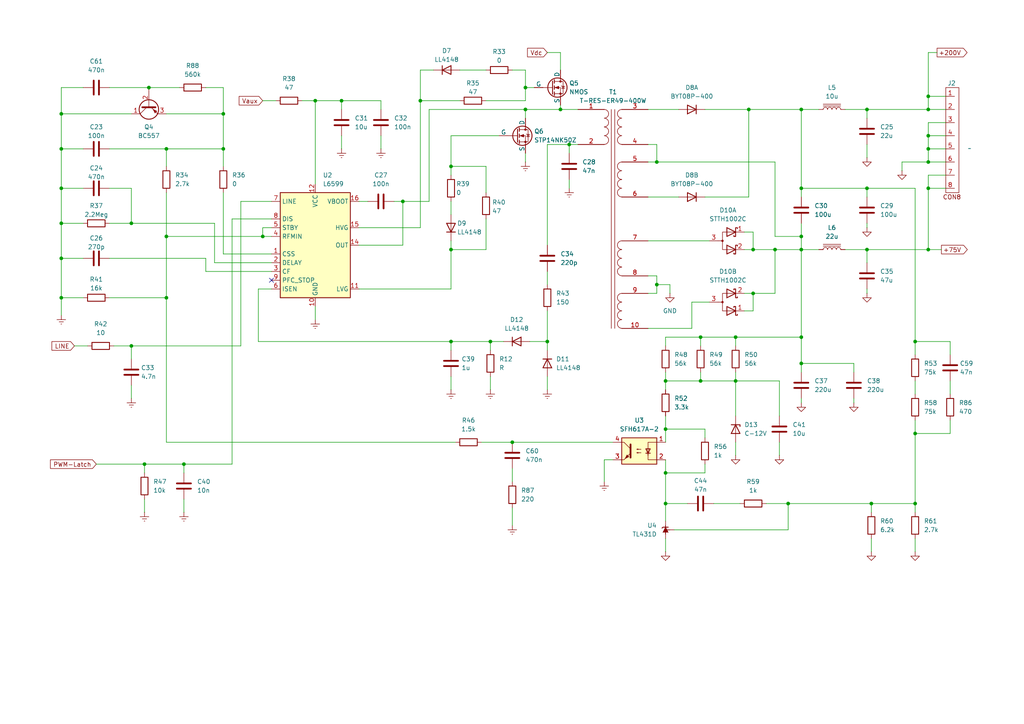
<source format=kicad_sch>
(kicad_sch (version 20231120) (generator "eeschema") (generator_version "8.0")
  (paper "A4")
  (lib_symbols
    (symbol "Device:C" (pin_numbers hide) (pin_names (offset 0.254))
      (property "Reference" "C" (at 0.635 2.54 0))
      (property "Value" "C" (at 0.635 -2.54 0))
      (symbol "C_1_1"
        (pin passive line (at 0 3.81 270) (length 2.794) (name "~") (number "1"))
        (pin passive line (at 0 -3.81 90) (length 2.794) (name "~") (number "2"))
      )
    )
    (symbol "Device:D" (pin_numbers hide) (pin_names (offset 1.016) hide)
      (property "Reference" "D" (at 0 2.54 0))
      (property "Value" "D" (at 0 -2.54 0))
      (symbol "D_1_1"
        (pin passive line (at -3.81 0 0) (length 2.54) (name "K") (number "1"))
        (pin passive line (at 3.81 0 180) (length 2.54) (name "A") (number "2"))
      )
    )
    (symbol "Device:D_Schottky_Dual_CommonAnode_KKA_Parallel" (pin_names (offset 0.762) hide)
      (property "Reference" "D" (at 0 5.08 0))
      (property "Value" "D_Schottky_Dual_CommonAnode_KKA_Parallel" (at 0 -5.08 0))
      (symbol "D_Schottky_Dual_CommonAnode_KKA_Parallel_0_1"
        (pin passive line (at 5.08 2.54 180) (length 2.54) (name "K") (number "1"))
        (pin passive line (at 5.08 -2.54 180) (length 2.54) (name "K") (number "2"))
        (pin passive line (at -5.08 0 0) (length 2.54) (name "A") (number "3"))
      )
    )
    (symbol "Device:L_Iron" (pin_numbers hide) (pin_names (offset 1.016) hide)
      (property "Reference" "L" (at -1.27 0 90))
      (property "Value" "L_Iron" (at 2.794 0 90))
      (symbol "L_Iron_1_1"
        (pin passive line (at 0 3.81 270) (length 1.27) (name "1") (number "1"))
        (pin passive line (at 0 -3.81 90) (length 1.27) (name "2") (number "2"))
      )
    )
    (symbol "Device:R" (pin_numbers hide) (pin_names (offset 0))
      (property "Reference" "R" (at 2.032 0 90))
      (property "Value" "R" (at 0 0 90))
      (symbol "R_1_1"
        (pin passive line (at 0 3.81 270) (length 1.27) (name "~") (number "1"))
        (pin passive line (at 0 -3.81 90) (length 1.27) (name "~") (number "2"))
      )
    )
    (symbol "Diode:BZV55B12" (pin_numbers hide) (pin_names hide)
      (property "Reference" "D" (at 0 2.54 0))
      (property "Value" "BZV55B12" (at 0 -2.54 0))
      (symbol "BZV55B12_1_1"
        (pin passive line (at -3.81 0 0) (length 2.54) (name "K") (number "1"))
        (pin passive line (at 3.81 0 180) (length 2.54) (name "A") (number "2"))
      )
    )
    (symbol "Diode:LL4148" (pin_numbers hide) (pin_names hide)
      (property "Reference" "D" (at 0 2.54 0))
      (property "Value" "LL4148" (at 0 -2.54 0))
      (symbol "LL4148_1_1"
        (pin passive line (at -3.81 0 0) (length 2.54) (name "K") (number "1"))
        (pin passive line (at 3.81 0 180) (length 2.54) (name "A") (number "2"))
      )
    )
    (symbol "Isolator:SFH617A-2" (pin_names (offset 1.016))
      (property "Reference" "U" (at -5.08 5.08 0))
      (property "Value" "SFH617A-2" (at 0 5.08 0))
      (symbol "SFH617A-2_1_1"
        (pin passive line (at -7.62 2.54 0) (length 2.54) (name "~") (number "1"))
        (pin passive line (at -7.62 -2.54 0) (length 2.54) (name "~") (number "2"))
        (pin passive line (at 7.62 -2.54 180) (length 2.54) (name "~") (number "3"))
        (pin passive line (at 7.62 2.54 180) (length 2.54) (name "~") (number "4"))
      )
    )
    (symbol "Reference_Voltage:TL431D" (pin_numbers hide) (pin_names hide)
      (property "Reference" "U" (at 0 -2.54 0))
      (property "Value" "TL431D" (at 0 -4.445 0))
      (symbol "TL431D_1_1"
        (pin passive line (at 2.54 0 180) (length 2.54) (name "K") (number "1"))
        (pin passive line (at -2.54 0 0) (length 2.54) (name "A") (number "2"))
        (pin passive line (at -2.54 0 0) (length 2.54) hide (name "A") (number "3"))
        (pin passive line (at -2.54 0 0) (length 2.54) hide (name "A") (number "6"))
        (pin passive line (at -2.54 0 0) (length 2.54) hide (name "A") (number "7"))
        (pin passive line (at 0 2.54 270) (length 2.54) (name "REF") (number "8"))
      )
    )
    (symbol "Regulator_Controller:L6599"
      (property "Reference" "U" (at -10.16 16.51 0))
      (property "Value" "L6599" (at 3.81 16.51 0))
      (symbol "L6599_1_1"
        (pin passive line (at -12.7 -2.54 0) (length 2.54) (name "CSS") (number "1"))
        (pin power_in line (at 0 -17.78 90) (length 2.54) (name "GND") (number "10"))
        (pin output line (at 12.7 -12.7 180) (length 2.54) (name "LVG") (number "11"))
        (pin power_in line (at 0 17.78 270) (length 2.54) (name "VCC") (number "12"))
        (pin no_connect line (at 10.16 10.16 180) (length 2.54) hide (name "NC") (number "13"))
        (pin input line (at 12.7 0 180) (length 2.54) (name "OUT") (number "14"))
        (pin output line (at 12.7 5.08 180) (length 2.54) (name "HVG") (number "15"))
        (pin input line (at 12.7 12.7 180) (length 2.54) (name "VBOOT") (number "16"))
        (pin passive line (at -12.7 -5.08 0) (length 2.54) (name "DELAY") (number "2"))
        (pin passive line (at -12.7 -7.62 0) (length 2.54) (name "CF") (number "3"))
        (pin passive line (at -12.7 2.54 0) (length 2.54) (name "RFMIN") (number "4"))
        (pin input line (at -12.7 5.08 0) (length 2.54) (name "STBY") (number "5"))
        (pin input line (at -12.7 -12.7 0) (length 2.54) (name "ISEN") (number "6"))
        (pin input line (at -12.7 12.7 0) (length 2.54) (name "LINE") (number "7"))
        (pin input line (at -12.7 7.62 0) (length 2.54) (name "DIS") (number "8"))
        (pin open_collector line (at -12.7 -10.16 0) (length 2.54) (name "PFC_STOP") (number "9"))
      )
    )
    (symbol "Simulation_SPICE:NMOS" (pin_numbers hide) (pin_names (offset 0))
      (property "Reference" "Q" (at 5.08 1.27 0))
      (property "Value" "NMOS" (at 5.08 -1.27 0))
      (symbol "NMOS_1_1"
        (pin passive line (at 2.54 5.08 270) (length 2.54) (name "D") (number "1"))
        (pin input line (at -5.08 0 0) (length 2.54) (name "G") (number "2"))
        (pin passive line (at 2.54 -5.08 90) (length 2.54) (name "S") (number "3"))
      )
    )
    (symbol "Transistor_BJT:BC557" (pin_names (offset 0) hide)
      (property "Reference" "Q" (at 5.08 1.905 0))
      (property "Value" "BC557" (at 5.08 0 0))
      (symbol "BC557_1_1"
        (pin passive line (at 2.54 5.08 270) (length 2.54) (name "C") (number "1"))
        (pin input line (at -5.08 0 0) (length 5.715) (name "B") (number "2"))
        (pin passive line (at 2.54 -5.08 90) (length 2.54) (name "E") (number "3"))
      )
    )
    (symbol "lib:CON8"
      (property "Reference" "J" (at 1.778 -7.874 0))
      (symbol "CON8_1_1"
        (text "CON8" (at 0.508 -25.4 0) (effects (font (size 1.27 1.27))))
        (pin input line (at -1.27 3.81 0) (length 2.54) (name "") (number "1"))
        (pin input line (at -1.27 0 0) (length 2.54) (name "") (number "2"))
        (pin input line (at -1.27 -3.81 0) (length 2.54) (name "") (number "3"))
        (pin input line (at -1.27 -7.62 0) (length 2.54) (name "") (number "4"))
        (pin input line (at -1.27 -11.43 0) (length 2.54) (name "") (number "5"))
        (pin input line (at -1.27 -15.24 0) (length 2.54) (name "") (number "6"))
        (pin input line (at -1.27 -19.05 0) (length 2.54) (name "") (number "7"))
        (pin input line (at -1.27 -22.86 0) (length 2.54) (name "") (number "8"))
      )
    )
    (symbol "lib:T-RES-ER49-400W" (pin_names (offset 1.016) hide)
      (property "Reference" "T" (at 0 16.002 0))
      (property "Value" "T-RES-ER49-400W" (at 0.254 13.716 0))
      (symbol "T-RES-ER49-400W_1_1"
        (pin passive line (at -10.16 10.16 0) (length 7.62) (name "AA") (number "1"))
        (pin passive line (at 10.16 -53.34 180) (length 7.62) (name "SH") (number "10"))
        (pin passive line (at -10.16 0 0) (length 7.62) (name "AB") (number "2"))
        (pin passive line (at 10.16 10.16 180) (length 7.62) (name "SA") (number "3"))
        (pin passive line (at 10.16 0 180) (length 7.62) (name "SB") (number "4"))
        (pin passive line (at 10.16 -5.08 180) (length 7.62) (name "SC") (number "5"))
        (pin passive line (at 10.16 -15.24 180) (length 7.62) (name "SD") (number "6"))
        (pin passive line (at 10.16 -27.94 180) (length 7.62) (name "SE") (number "7"))
        (pin passive line (at 10.16 -38.1 180) (length 7.62) (name "SF") (number "8"))
        (pin passive line (at 10.16 -43.18 180) (length 7.62) (name "SG") (number "9"))
      )
    )
    (symbol "power:Earth" (power) (pin_numbers hide) (pin_names (offset 0) hide)
      (property "Value" "Earth" (at 0 -3.81 0))
      (symbol "Earth_1_1"
        (pin power_in line (at 0 0 270) (length 0) (name "~") (number "1"))
      )
    )
    (symbol "power:GND" (power) (pin_numbers hide) (pin_names (offset 0) hide)
      (property "Value" "GND" (at 0 -3.81 0))
      (symbol "GND_1_1"
        (pin power_in line (at 0 0 270) (length 0) (name "~") (number "1"))
      )
    )
  )
  (junction (at 232.41 72.39))
  (junction (at 269.24 31.75))
  (junction (at 53.34 134.62))
  (junction (at 99.06 29.21))
  (junction (at 193.04 137.16))
  (junction (at 130.81 72.39))
  (junction (at 121.92 29.21))
  (junction (at 217.17 31.75))
  (junction (at 38.1 100.33))
  (junction (at 269.24 72.39))
  (junction (at 17.78 86.36))
  (junction (at 38.1 64.77))
  (junction (at 17.78 33.02))
  (junction (at 251.46 72.39))
  (junction (at 269.24 43.18))
  (junction (at 142.24 99.06))
  (junction (at 269.24 27.94))
  (junction (at 232.41 31.75))
  (junction (at 41.91 134.62))
  (junction (at 251.46 31.75))
  (junction (at 148.59 128.27))
  (junction (at 190.5 46.99))
  (junction (at 213.36 97.79))
  (junction (at 17.78 74.93))
  (junction (at 213.36 110.49))
  (junction (at 232.41 54.61))
  (junction (at 193.04 124.46))
  (junction (at 218.44 72.39))
  (junction (at 64.77 33.02))
  (junction (at 76.2 68.58))
  (junction (at 130.81 48.26))
  (junction (at 48.26 43.18))
  (junction (at 91.44 29.21))
  (junction (at 193.04 110.49))
  (junction (at 269.24 54.61))
  (junction (at 43.18 25.4))
  (junction (at 158.75 99.06))
  (junction (at 232.41 105.41))
  (junction (at 269.24 39.37))
  (junction (at 48.26 86.36))
  (junction (at 232.41 97.79))
  (junction (at 162.56 31.75))
  (junction (at 203.2 97.79))
  (junction (at 232.41 68.58))
  (junction (at 193.04 146.05))
  (junction (at 17.78 54.61))
  (junction (at 224.79 72.39))
  (junction (at 265.43 125.73))
  (junction (at 218.44 85.09))
  (junction (at 269.24 46.99))
  (junction (at 130.81 99.06))
  (junction (at 252.73 146.05))
  (junction (at 265.43 146.05))
  (junction (at 265.43 99.06))
  (junction (at 152.4 31.75))
  (junction (at 203.2 110.49))
  (junction (at 17.78 64.77))
  (junction (at 48.26 68.58))
  (junction (at 228.6 146.05))
  (junction (at 64.77 43.18))
  (junction (at 190.5 82.55))
  (junction (at 251.46 54.61))
  (junction (at 165.1 41.91))
  (junction (at 116.84 58.42))
  (junction (at 17.78 43.18))
  (junction (at 152.4 25.4))
  (no_connect (at 78.74 81.28))
  (wire (pts (xy 232.41 68.58) (xy 232.41 72.39)))
  (wire (pts (xy 99.06 31.75) (xy 99.06 29.21)))
  (wire (pts (xy 213.36 97.79) (xy 213.36 100.33)))
  (wire (pts (xy 130.81 69.85) (xy 130.81 72.39)))
  (wire (pts (xy 245.11 31.75) (xy 251.46 31.75)))
  (wire (pts (xy 104.14 58.42) (xy 106.68 58.42)))
  (wire (pts (xy 158.75 41.91) (xy 158.75 71.12)))
  (wire (pts (xy 194.31 85.09) (xy 194.31 82.55)))
  (wire (pts (xy 38.1 100.33) (xy 69.85 100.33)))
  (wire (pts (xy 251.46 83.82) (xy 251.46 85.09)))
  (wire (pts (xy 91.44 29.21) (xy 87.63 29.21)))
  (wire (pts (xy 193.04 137.16) (xy 193.04 146.05)))
  (wire (pts (xy 271.78 15.24) (xy 269.24 15.24)))
  (wire (pts (xy 232.41 97.79) (xy 232.41 105.41)))
  (wire (pts (xy 269.24 15.24) (xy 269.24 27.94)))
  (wire (pts (xy 76.2 29.21) (xy 80.01 29.21)))
  (wire (pts (xy 190.5 46.99) (xy 224.79 46.99)))
  (wire (pts (xy 162.56 15.24) (xy 162.56 20.32)))
  (wire (pts (xy 213.36 110.49) (xy 213.36 120.65)))
  (wire (pts (xy 152.4 31.75) (xy 162.56 31.75)))
  (wire (pts (xy 193.04 137.16) (xy 204.47 137.16)))
  (wire (pts (xy 265.43 146.05) (xy 265.43 148.59)))
  (wire (pts (xy 17.78 33.02) (xy 38.1 33.02)))
  (wire (pts (xy 187.96 69.85) (xy 205.74 69.85)))
  (wire (pts (xy 251.46 72.39) (xy 269.24 72.39)))
  (wire (pts (xy 17.78 33.02) (xy 17.78 43.18)))
  (wire (pts (xy 91.44 88.9) (xy 91.44 92.71)))
  (wire (pts (xy 17.78 86.36) (xy 17.78 74.93)))
  (wire (pts (xy 193.04 133.35) (xy 193.04 137.16)))
  (wire (pts (xy 64.77 33.02) (xy 64.77 43.18)))
  (wire (pts (xy 62.23 76.2) (xy 62.23 64.77)))
  (wire (pts (xy 187.96 95.25) (xy 200.66 95.25)))
  (wire (pts (xy 190.5 80.01) (xy 190.5 82.55)))
  (wire (pts (xy 154.94 25.4) (xy 152.4 25.4)))
  (wire (pts (xy 265.43 110.49) (xy 265.43 114.3)))
  (wire (pts (xy 187.96 31.75) (xy 196.85 31.75)))
  (wire (pts (xy 204.47 124.46) (xy 204.47 127)))
  (wire (pts (xy 110.49 31.75) (xy 110.49 29.21)))
  (wire (pts (xy 275.59 102.87) (xy 275.59 99.06)))
  (wire (pts (xy 48.26 43.18) (xy 48.26 48.26)))
  (wire (pts (xy 53.34 144.78) (xy 53.34 148.59)))
  (wire (pts (xy 252.73 148.59) (xy 252.73 146.05)))
  (wire (pts (xy 193.04 110.49) (xy 193.04 113.03)))
  (wire (pts (xy 200.66 95.25) (xy 200.66 87.63)))
  (wire (pts (xy 74.93 83.82) (xy 74.93 99.06)))
  (wire (pts (xy 251.46 64.77) (xy 251.46 66.04)))
  (wire (pts (xy 265.43 156.21) (xy 265.43 160.02)))
  (wire (pts (xy 67.31 63.5) (xy 78.74 63.5)))
  (wire (pts (xy 142.24 99.06) (xy 130.81 99.06)))
  (wire (pts (xy 269.24 35.56) (xy 269.24 39.37)))
  (wire (pts (xy 78.74 78.74) (xy 59.69 78.74)))
  (wire (pts (xy 17.78 86.36) (xy 17.78 91.44)))
  (wire (pts (xy 232.41 72.39) (xy 237.49 72.39)))
  (wire (pts (xy 232.41 64.77) (xy 232.41 68.58)))
  (wire (pts (xy 152.4 20.32) (xy 152.4 25.4)))
  (wire (pts (xy 251.46 41.91) (xy 251.46 45.72)))
  (wire (pts (xy 130.81 48.26) (xy 140.97 48.26)))
  (wire (pts (xy 24.13 86.36) (xy 17.78 86.36)))
  (wire (pts (xy 146.05 99.06) (xy 142.24 99.06)))
  (wire (pts (xy 104.14 83.82) (xy 130.81 83.82)))
  (wire (pts (xy 69.85 100.33) (xy 69.85 58.42)))
  (wire (pts (xy 110.49 39.37) (xy 110.49 43.18)))
  (wire (pts (xy 187.96 80.01) (xy 190.5 80.01)))
  (wire (pts (xy 232.41 105.41) (xy 247.65 105.41)))
  (wire (pts (xy 213.36 128.27) (xy 213.36 132.08)))
  (wire (pts (xy 232.41 31.75) (xy 237.49 31.75)))
  (wire (pts (xy 175.26 133.35) (xy 175.26 139.7)))
  (wire (pts (xy 207.01 146.05) (xy 214.63 146.05)))
  (wire (pts (xy 64.77 43.18) (xy 64.77 48.26)))
  (wire (pts (xy 38.1 54.61) (xy 38.1 64.77)))
  (wire (pts (xy 274.32 31.75) (xy 269.24 31.75)))
  (wire (pts (xy 17.78 64.77) (xy 17.78 74.93)))
  (wire (pts (xy 269.24 72.39) (xy 273.05 72.39)))
  (wire (pts (xy 252.73 156.21) (xy 252.73 160.02)))
  (wire (pts (xy 193.04 151.13) (xy 193.04 146.05)))
  (wire (pts (xy 38.1 100.33) (xy 38.1 104.14)))
  (wire (pts (xy 48.26 68.58) (xy 48.26 55.88)))
  (wire (pts (xy 78.74 66.04) (xy 76.2 66.04)))
  (wire (pts (xy 78.74 83.82) (xy 74.93 83.82)))
  (wire (pts (xy 99.06 29.21) (xy 110.49 29.21)))
  (wire (pts (xy 165.1 41.91) (xy 165.1 44.45)))
  (wire (pts (xy 116.84 71.12) (xy 116.84 58.42)))
  (wire (pts (xy 104.14 71.12) (xy 116.84 71.12)))
  (wire (pts (xy 53.34 134.62) (xy 67.31 134.62)))
  (wire (pts (xy 265.43 125.73) (xy 265.43 146.05)))
  (wire (pts (xy 140.97 29.21) (xy 152.4 29.21)))
  (wire (pts (xy 158.75 90.17) (xy 158.75 99.06)))
  (wire (pts (xy 251.46 34.29) (xy 251.46 31.75)))
  (wire (pts (xy 269.24 27.94) (xy 274.32 27.94)))
  (wire (pts (xy 17.78 74.93) (xy 24.13 74.93)))
  (wire (pts (xy 24.13 25.4) (xy 17.78 25.4)))
  (wire (pts (xy 269.24 50.8) (xy 269.24 54.61)))
  (wire (pts (xy 203.2 97.79) (xy 203.2 100.33)))
  (wire (pts (xy 167.64 41.91) (xy 165.1 41.91)))
  (wire (pts (xy 190.5 85.09) (xy 187.96 85.09)))
  (wire (pts (xy 269.24 54.61) (xy 269.24 72.39)))
  (wire (pts (xy 158.75 78.74) (xy 158.75 82.55)))
  (wire (pts (xy 48.26 68.58) (xy 76.2 68.58)))
  (wire (pts (xy 121.92 20.32) (xy 125.73 20.32)))
  (wire (pts (xy 226.06 128.27) (xy 226.06 132.08)))
  (wire (pts (xy 269.24 31.75) (xy 269.24 27.94)))
  (wire (pts (xy 158.75 99.06) (xy 158.75 101.6)))
  (wire (pts (xy 224.79 72.39) (xy 218.44 72.39)))
  (wire (pts (xy 226.06 110.49) (xy 213.36 110.49)))
  (wire (pts (xy 121.92 29.21) (xy 133.35 29.21)))
  (wire (pts (xy 53.34 134.62) (xy 53.34 137.16)))
  (wire (pts (xy 269.24 46.99) (xy 261.62 46.99)))
  (wire (pts (xy 274.32 46.99) (xy 269.24 46.99)))
  (wire (pts (xy 193.04 97.79) (xy 203.2 97.79)))
  (wire (pts (xy 142.24 109.22) (xy 142.24 113.03)))
  (wire (pts (xy 265.43 54.61) (xy 265.43 99.06)))
  (wire (pts (xy 142.24 99.06) (xy 142.24 101.6)))
  (wire (pts (xy 64.77 25.4) (xy 64.77 33.02)))
  (wire (pts (xy 31.75 74.93) (xy 59.69 74.93)))
  (wire (pts (xy 224.79 72.39) (xy 224.79 85.09)))
  (wire (pts (xy 224.79 68.58) (xy 232.41 68.58)))
  (wire (pts (xy 17.78 54.61) (xy 17.78 64.77)))
  (wire (pts (xy 228.6 146.05) (xy 252.73 146.05)))
  (wire (pts (xy 76.2 66.04) (xy 76.2 68.58)))
  (wire (pts (xy 162.56 31.75) (xy 167.64 31.75)))
  (wire (pts (xy 217.17 57.15) (xy 217.17 31.75)))
  (wire (pts (xy 140.97 48.26) (xy 140.97 55.88)))
  (wire (pts (xy 218.44 67.31) (xy 218.44 72.39)))
  (wire (pts (xy 175.26 133.35) (xy 177.8 133.35)))
  (wire (pts (xy 78.74 73.66) (xy 64.77 73.66)))
  (wire (pts (xy 274.32 43.18) (xy 269.24 43.18)))
  (wire (pts (xy 38.1 64.77) (xy 31.75 64.77)))
  (wire (pts (xy 200.66 87.63) (xy 205.74 87.63)))
  (wire (pts (xy 64.77 55.88) (xy 64.77 73.66)))
  (wire (pts (xy 124.46 58.42) (xy 124.46 31.75)))
  (wire (pts (xy 232.41 57.15) (xy 232.41 54.61)))
  (wire (pts (xy 130.81 50.8) (xy 130.81 48.26)))
  (wire (pts (xy 193.04 100.33) (xy 193.04 97.79)))
  (wire (pts (xy 99.06 39.37) (xy 99.06 43.18)))
  (wire (pts (xy 17.78 43.18) (xy 17.78 54.61)))
  (wire (pts (xy 48.26 43.18) (xy 64.77 43.18)))
  (wire (pts (xy 162.56 30.48) (xy 162.56 31.75)))
  (wire (pts (xy 265.43 99.06) (xy 265.43 102.87)))
  (wire (pts (xy 152.4 20.32) (xy 148.59 20.32)))
  (wire (pts (xy 130.81 58.42) (xy 130.81 62.23)))
  (wire (pts (xy 232.41 54.61) (xy 232.41 31.75)))
  (wire (pts (xy 144.78 39.37) (xy 130.81 39.37)))
  (wire (pts (xy 193.04 107.95) (xy 193.04 110.49)))
  (wire (pts (xy 190.5 82.55) (xy 194.31 82.55)))
  (wire (pts (xy 148.59 147.32) (xy 148.59 152.4)))
  (wire (pts (xy 43.18 25.4) (xy 52.07 25.4)))
  (wire (pts (xy 187.96 46.99) (xy 190.5 46.99)))
  (wire (pts (xy 275.59 99.06) (xy 265.43 99.06)))
  (wire (pts (xy 78.74 76.2) (xy 62.23 76.2)))
  (wire (pts (xy 148.59 128.27) (xy 177.8 128.27)))
  (wire (pts (xy 133.35 20.32) (xy 140.97 20.32)))
  (wire (pts (xy 69.85 58.42) (xy 78.74 58.42)))
  (wire (pts (xy 193.04 124.46) (xy 193.04 128.27)))
  (wire (pts (xy 21.59 100.33) (xy 25.4 100.33)))
  (wire (pts (xy 31.75 43.18) (xy 48.26 43.18)))
  (wire (pts (xy 204.47 31.75) (xy 217.17 31.75)))
  (wire (pts (xy 152.4 31.75) (xy 152.4 34.29)))
  (wire (pts (xy 41.91 144.78) (xy 41.91 148.59)))
  (wire (pts (xy 27.94 134.62) (xy 41.91 134.62)))
  (wire (pts (xy 218.44 85.09) (xy 224.79 85.09)))
  (wire (pts (xy 203.2 107.95) (xy 203.2 110.49)))
  (wire (pts (xy 17.78 43.18) (xy 24.13 43.18)))
  (wire (pts (xy 251.46 54.61) (xy 251.46 57.15)))
  (wire (pts (xy 224.79 72.39) (xy 232.41 72.39)))
  (wire (pts (xy 274.32 39.37) (xy 269.24 39.37)))
  (wire (pts (xy 190.5 41.91) (xy 190.5 46.99)))
  (wire (pts (xy 265.43 121.92) (xy 265.43 125.73)))
  (wire (pts (xy 152.4 29.21) (xy 152.4 25.4)))
  (wire (pts (xy 195.58 153.67) (xy 228.6 153.67)))
  (wire (pts (xy 204.47 137.16) (xy 204.47 134.62)))
  (wire (pts (xy 48.26 86.36) (xy 48.26 68.58)))
  (wire (pts (xy 158.75 109.22) (xy 158.75 113.03)))
  (wire (pts (xy 251.46 31.75) (xy 269.24 31.75)))
  (wire (pts (xy 124.46 31.75) (xy 152.4 31.75)))
  (wire (pts (xy 74.93 99.06) (xy 130.81 99.06)))
  (wire (pts (xy 203.2 110.49) (xy 213.36 110.49)))
  (wire (pts (xy 274.32 50.8) (xy 269.24 50.8)))
  (wire (pts (xy 130.81 39.37) (xy 130.81 48.26)))
  (wire (pts (xy 215.9 67.31) (xy 218.44 67.31)))
  (wire (pts (xy 247.65 105.41) (xy 247.65 107.95)))
  (wire (pts (xy 114.3 58.42) (xy 116.84 58.42)))
  (wire (pts (xy 31.75 25.4) (xy 43.18 25.4)))
  (wire (pts (xy 121.92 20.32) (xy 121.92 29.21)))
  (wire (pts (xy 232.41 72.39) (xy 232.41 97.79)))
  (wire (pts (xy 190.5 82.55) (xy 190.5 85.09)))
  (wire (pts (xy 204.47 57.15) (xy 217.17 57.15)))
  (wire (pts (xy 232.41 107.95) (xy 232.41 105.41)))
  (wire (pts (xy 193.04 124.46) (xy 204.47 124.46)))
  (wire (pts (xy 193.04 146.05) (xy 199.39 146.05)))
  (wire (pts (xy 38.1 64.77) (xy 62.23 64.77)))
  (wire (pts (xy 67.31 134.62) (xy 67.31 63.5)))
  (wire (pts (xy 261.62 46.99) (xy 261.62 49.53)))
  (wire (pts (xy 158.75 99.06) (xy 153.67 99.06)))
  (wire (pts (xy 139.7 128.27) (xy 148.59 128.27)))
  (wire (pts (xy 193.04 120.65) (xy 193.04 124.46)))
  (wire (pts (xy 31.75 54.61) (xy 38.1 54.61)))
  (wire (pts (xy 215.9 90.17) (xy 218.44 90.17)))
  (wire (pts (xy 48.26 33.02) (xy 64.77 33.02)))
  (wire (pts (xy 140.97 63.5) (xy 140.97 72.39)))
  (wire (pts (xy 165.1 52.07) (xy 165.1 54.61)))
  (wire (pts (xy 31.75 86.36) (xy 48.26 86.36)))
  (wire (pts (xy 48.26 86.36) (xy 48.26 128.27)))
  (wire (pts (xy 269.24 54.61) (xy 274.32 54.61)))
  (wire (pts (xy 226.06 120.65) (xy 226.06 110.49)))
  (wire (pts (xy 33.02 100.33) (xy 38.1 100.33)))
  (wire (pts (xy 251.46 72.39) (xy 251.46 76.2)))
  (wire (pts (xy 215.9 72.39) (xy 218.44 72.39)))
  (wire (pts (xy 275.59 110.49) (xy 275.59 114.3)))
  (wire (pts (xy 48.26 128.27) (xy 132.08 128.27)))
  (wire (pts (xy 228.6 153.67) (xy 228.6 146.05)))
  (wire (pts (xy 99.06 29.21) (xy 91.44 29.21)))
  (wire (pts (xy 213.36 107.95) (xy 213.36 110.49)))
  (wire (pts (xy 17.78 25.4) (xy 17.78 33.02)))
  (wire (pts (xy 59.69 78.74) (xy 59.69 74.93)))
  (wire (pts (xy 17.78 64.77) (xy 24.13 64.77)))
  (wire (pts (xy 193.04 156.21) (xy 193.04 160.02)))
  (wire (pts (xy 121.92 66.04) (xy 121.92 29.21)))
  (wire (pts (xy 269.24 43.18) (xy 269.24 46.99)))
  (wire (pts (xy 275.59 125.73) (xy 265.43 125.73)))
  (wire (pts (xy 41.91 134.62) (xy 53.34 134.62)))
  (wire (pts (xy 251.46 54.61) (xy 265.43 54.61)))
  (wire (pts (xy 158.75 15.24) (xy 162.56 15.24)))
  (wire (pts (xy 116.84 58.42) (xy 124.46 58.42)))
  (wire (pts (xy 152.4 44.45) (xy 152.4 46.99)))
  (wire (pts (xy 203.2 97.79) (xy 213.36 97.79)))
  (wire (pts (xy 104.14 66.04) (xy 121.92 66.04)))
  (wire (pts (xy 17.78 54.61) (xy 24.13 54.61)))
  (wire (pts (xy 140.97 72.39) (xy 130.81 72.39)))
  (wire (pts (xy 165.1 41.91) (xy 158.75 41.91)))
  (wire (pts (xy 245.11 72.39) (xy 251.46 72.39)))
  (wire (pts (xy 215.9 85.09) (xy 218.44 85.09)))
  (wire (pts (xy 222.25 146.05) (xy 228.6 146.05)))
  (wire (pts (xy 76.2 68.58) (xy 78.74 68.58)))
  (wire (pts (xy 213.36 97.79) (xy 232.41 97.79)))
  (wire (pts (xy 41.91 134.62) (xy 41.91 137.16)))
  (wire (pts (xy 247.65 115.57) (xy 247.65 116.84)))
  (wire (pts (xy 59.69 25.4) (xy 64.77 25.4)))
  (wire (pts (xy 252.73 146.05) (xy 265.43 146.05)))
  (wire (pts (xy 187.96 41.91) (xy 190.5 41.91)))
  (wire (pts (xy 217.17 31.75) (xy 232.41 31.75)))
  (wire (pts (xy 130.81 109.22) (xy 130.81 113.03)))
  (wire (pts (xy 274.32 35.56) (xy 269.24 35.56)))
  (wire (pts (xy 275.59 121.92) (xy 275.59 125.73)))
  (wire (pts (xy 218.44 85.09) (xy 218.44 90.17)))
  (wire (pts (xy 148.59 135.89) (xy 148.59 139.7)))
  (wire (pts (xy 187.96 57.15) (xy 196.85 57.15)))
  (wire (pts (xy 91.44 53.34) (xy 91.44 29.21)))
  (wire (pts (xy 130.81 83.82) (xy 130.81 72.39)))
  (wire (pts (xy 130.81 99.06) (xy 130.81 101.6)))
  (wire (pts (xy 38.1 111.76) (xy 38.1 115.57)))
  (wire (pts (xy 269.24 39.37) (xy 269.24 43.18)))
  (wire (pts (xy 232.41 115.57) (xy 232.41 116.84)))
  (wire (pts (xy 224.79 46.99) (xy 224.79 68.58)))
  (wire (pts (xy 232.41 54.61) (xy 251.46 54.61)))
  (wire (pts (xy 203.2 110.49) (xy 193.04 110.49)))
  (global_label "+75V" (shape output) (at 273.05 72.39 0) (property "Intersheetrefs" "${INTERSHEET_REFS}" (effects (hide yes))))
  (global_label "PWM-Latch" (shape input) (at 27.94 134.62 180) (property "Intersheetrefs" "${INTERSHEET_REFS}" (effects (hide yes))))
  (global_label "Vaux" (shape input) (at 76.2 29.21 180) (property "Intersheetrefs" "${INTERSHEET_REFS}" (effects (hide yes))))
  (global_label "Vdc" (shape input) (at 158.75 15.24 180) (property "Intersheetrefs" "${INTERSHEET_REFS}" (effects (hide yes))))
  (global_label "+200V" (shape output) (at 271.78 15.24 0) (property "Intersheetrefs" "${INTERSHEET_REFS}" (effects (hide yes))))
  (global_label "LINE" (shape input) (at 21.59 100.33 180) (property "Intersheetrefs" "${INTERSHEET_REFS}" (effects (hide yes))))
  (symbol (lib_id "power:GND") (at 213.36 132.08 0) (unit 1)
    (property "Reference" "#PWR036" (effects (hide yes)))
    (property "Value" "GND" (effects (hide yes)))
    (property "Description" "Power symbol creates a global label with name \"GND\" , ground" (effects (hide yes)))
  )
  (symbol (lib_id "Device:C") (at 251.46 60.96 0) (unit 1)
    (property "Reference" "C29" (at 255.27 59.6899 0) (effects (justify left)))
    (property "Value" "100u" (at 255.27 62.2299 0) (effects (justify left)))
    (property "Description" "Unpolarized capacitor" (effects (hide yes)))
  )
  (symbol (lib_id "power:Earth") (at 142.24 113.03 0) (unit 1)
    (property "Reference" "#PWR050" (effects (hide yes)))
    (property "Value" "Earth" (effects (hide yes)))
    (property "Description" "Power symbol creates a global label with name \"Earth\"" (effects (hide yes)))
  )
  (symbol (lib_id "power:GND") (at 232.41 116.84 0) (unit 1)
    (property "Reference" "#PWR031" (effects (hide yes)))
    (property "Value" "GND" (effects (hide yes)))
    (property "Description" "Power symbol creates a global label with name \"GND\" , ground" (effects (hide yes)))
  )
  (symbol (lib_id "Device:D_Schottky_Dual_CommonAnode_KKA_Parallel") (at 210.82 69.85 0) (unit 1)
    (property "Reference" "D10A" (at 211.1375 60.96 0))
    (property "Value" "STTH1002C" (at 211.1375 63.5 0))
    (property "Description" "Dual Schottky diode, common anode on pin 1" (effects (hide yes)))
  )
  (symbol (lib_id "Device:R") (at 148.59 143.51 0) (unit 1)
    (property "Reference" "R87" (at 151.13 142.2399 0) (effects (justify left)))
    (property "Value" "220" (at 151.13 144.7799 0) (effects (justify left)))
    (property "Description" "Resistor" (effects (hide yes)))
  )
  (symbol (lib_id "Device:C") (at 158.75 74.93 0) (unit 1)
    (property "Reference" "C34" (at 162.56 73.6599 0) (effects (justify left)))
    (property "Value" "220p" (at 162.56 76.1999 0) (effects (justify left)))
    (property "Description" "Unpolarized capacitor" (effects (hide yes)))
  )
  (symbol (lib_id "Device:C") (at 27.94 25.4 90) (unit 1)
    (property "Reference" "C61" (at 27.94 17.78 90))
    (property "Value" "470n" (at 27.94 20.32 90))
    (property "Description" "Unpolarized capacitor" (effects (hide yes)))
  )
  (symbol (lib_id "Isolator:SFH617A-2") (at 185.42 130.81 0) (mirror y) (unit 1)
    (property "Reference" "U3" (at 185.42 121.92 0))
    (property "Value" "SFH617A-2" (at 185.42 124.46 0))
    (property "Footprint" "Package_DIP:DIP-4_W7.62mm" (effects (hide yes)))
    (property "Datasheet" "http://www.vishay.com/docs/83740/sfh617a.pdf" (effects (hide yes)))
    (property "Description" "Optocoupler, Phototransistor Output, 5300 VRMS, VCEO 70V, CTR% 63-125, -55 to +110 degree Celsius, UL, BSI, FIMKO, cUL, THT PDIP-4" (effects (hide yes)))
  )
  (symbol (lib_id "Device:R") (at 218.44 146.05 90) (unit 1)
    (property "Reference" "R59" (at 218.44 139.7 90))
    (property "Value" "1k" (at 218.44 142.24 90))
    (property "Description" "Resistor" (effects (hide yes)))
  )
  (symbol (lib_id "Device:R") (at 252.73 152.4 0) (unit 1)
    (property "Reference" "R60" (at 255.27 151.1299 0) (effects (justify left)))
    (property "Value" "6.2k" (at 255.27 153.6699 0) (effects (justify left)))
    (property "Description" "Resistor" (effects (hide yes)))
  )
  (symbol (lib_id "Device:R") (at 137.16 29.21 90) (unit 1)
    (property "Reference" "R35" (at 137.16 24.13 90))
    (property "Value" "47" (at 137.16 26.67 90))
    (property "Description" "Resistor" (effects (hide yes)))
  )
  (symbol (lib_id "Device:R") (at 204.47 130.81 0) (unit 1)
    (property "Reference" "R56" (at 207.01 129.5399 0) (effects (justify left)))
    (property "Value" "1k" (at 207.01 132.0799 0) (effects (justify left)))
    (property "Description" "Resistor" (effects (hide yes)))
  )
  (symbol (lib_id "Device:C") (at 27.94 43.18 90) (unit 1)
    (property "Reference" "C23" (at 27.94 36.83 90))
    (property "Value" "100n" (at 27.94 39.37 90))
    (property "Description" "Unpolarized capacitor" (effects (hide yes)))
  )
  (symbol (lib_id "Simulation_SPICE:NMOS") (at 149.86 39.37 0) (unit 1)
    (property "Reference" "Q6" (at 154.94 38.1 0) (effects (justify left)))
    (property "Value" "STP14NK50Z" (at 154.94 40.64 0) (effects (justify left)))
    (property "Datasheet" "https://ngspice.sourceforge.io/docs/ngspice-html-manual/manual.xhtml#cha_MOSFETs" (effects (hide yes)))
    (property "Description" "N-MOSFET transistor, drain/source/gate" (effects (hide yes)))
    (property "Sim.Device" "NMOS" (effects (hide yes)))
    (property "Sim.Type" "VDMOS" (effects (hide yes)))
    (property "Sim.Pins" "1=D 2=G 3=S" (effects (hide yes)))
  )
  (symbol (lib_id "Diode:LL4148") (at 130.81 66.04 90) (unit 1)
    (property "Reference" "D9" (at 132.588 64.77 90) (effects (justify right)))
    (property "Value" "LL4148" (at 132.588 67.31 90) (effects (justify right)))
    (property "Footprint" "Diode_SMD:D_MiniMELF" (effects (hide yes)))
    (property "Datasheet" "http://www.vishay.com/docs/85557/ll4148.pdf" (effects (hide yes)))
    (property "Description" "100V 0.15A standard switching diode, MiniMELF" (effects (hide yes)))
    (property "Sim.Device" "D" (effects (hide yes)))
    (property "Sim.Pins" "1=K 2=A" (effects (hide yes)))
  )
  (symbol (lib_id "power:Earth") (at 130.81 113.03 0) (unit 1)
    (property "Reference" "#PWR051" (effects (hide yes)))
    (property "Value" "Earth" (effects (hide yes)))
    (property "Description" "Power symbol creates a global label with name \"Earth\"" (effects (hide yes)))
  )
  (symbol (lib_id "Device:R") (at 265.43 152.4 0) (unit 1)
    (property "Reference" "R61" (at 267.97 151.1299 0) (effects (justify left)))
    (property "Value" "2.7k" (at 267.97 153.6699 0) (effects (justify left)))
    (property "Description" "Resistor" (effects (hide yes)))
  )
  (symbol (lib_id "Device:R") (at 203.2 104.14 0) (unit 1)
    (property "Reference" "R49" (at 205.74 102.8699 0) (effects (justify left)))
    (property "Value" "56k" (at 205.74 105.4099 0) (effects (justify left)))
    (property "Description" "Resistor" (effects (hide yes)))
  )
  (symbol (lib_id "power:Earth") (at 158.75 113.03 0) (unit 1)
    (property "Reference" "#PWR049" (effects (hide yes)))
    (property "Value" "Earth" (effects (hide yes)))
    (property "Description" "Power symbol creates a global label with name \"Earth\"" (effects (hide yes)))
  )
  (symbol (lib_id "power:GND") (at 226.06 132.08 0) (unit 1)
    (property "Reference" "#PWR037" (effects (hide yes)))
    (property "Value" "GND" (effects (hide yes)))
    (property "Description" "Power symbol creates a global label with name \"GND\" , ground" (effects (hide yes)))
  )
  (symbol (lib_id "Device:R") (at 158.75 86.36 0) (unit 1)
    (property "Reference" "R43" (at 161.29 85.0899 0) (effects (justify left)))
    (property "Value" "150" (at 161.29 87.6299 0) (effects (justify left)))
    (property "Description" "Resistor" (effects (hide yes)))
  )
  (symbol (lib_id "Device:C") (at 165.1 48.26 0) (unit 1)
    (property "Reference" "C28" (at 168.91 46.9899 0) (effects (justify left)))
    (property "Value" "47n" (at 168.91 49.5299 0) (effects (justify left)))
    (property "Description" "Unpolarized capacitor" (effects (hide yes)))
  )
  (symbol (lib_id "Diode:LL4148") (at 158.75 105.41 270) (unit 1)
    (property "Reference" "D11" (at 161.29 104.1399 90) (effects (justify left)))
    (property "Value" "LL4148" (at 161.29 106.6799 90) (effects (justify left)))
    (property "Footprint" "Diode_SMD:D_MiniMELF" (effects (hide yes)))
    (property "Datasheet" "http://www.vishay.com/docs/85557/ll4148.pdf" (effects (hide yes)))
    (property "Description" "100V 0.15A standard switching diode, MiniMELF" (effects (hide yes)))
    (property "Sim.Device" "D" (effects (hide yes)))
    (property "Sim.Pins" "1=K 2=A" (effects (hide yes)))
  )
  (symbol (lib_id "Device:R") (at 265.43 118.11 0) (unit 1)
    (property "Reference" "R58" (at 267.97 116.8399 0) (effects (justify left)))
    (property "Value" "75k" (at 267.97 119.3799 0) (effects (justify left)))
    (property "Description" "Resistor" (effects (hide yes)))
  )
  (symbol (lib_id "Device:R") (at 29.21 100.33 90) (unit 1)
    (property "Reference" "R42" (at 29.21 93.98 90))
    (property "Value" "10" (at 29.21 96.52 90))
    (property "Description" "Resistor" (effects (hide yes)))
  )
  (symbol (lib_id "power:Earth") (at 148.59 152.4 0) (unit 1)
    (property "Reference" "#PWR041" (effects (hide yes)))
    (property "Value" "Earth" (effects (hide yes)))
    (property "Description" "Power symbol creates a global label with name \"Earth\"" (effects (hide yes)))
  )
  (symbol (lib_id "Device:C") (at 99.06 35.56 0) (unit 1)
    (property "Reference" "C31" (at 102.87 34.2899 0) (effects (justify left)))
    (property "Value" "10u" (at 102.87 36.8299 0) (effects (justify left)))
    (property "Description" "Unpolarized capacitor" (effects (hide yes)))
  )
  (symbol (lib_id "power:Earth") (at 17.78 91.44 0) (unit 1)
    (property "Reference" "#PWR026" (effects (hide yes)))
    (property "Value" "Earth" (effects (hide yes)))
    (property "Description" "Power symbol creates a global label with name \"Earth\"" (effects (hide yes)))
  )
  (symbol (lib_id "power:GND") (at 251.46 45.72 0) (unit 1)
    (property "Reference" "#PWR028" (effects (hide yes)))
    (property "Value" "GND" (effects (hide yes)))
    (property "Description" "Power symbol creates a global label with name \"GND\" , ground" (effects (hide yes)))
  )
  (symbol (lib_id "Device:D") (at 200.66 57.15 180) (unit 1)
    (property "Reference" "D8B" (at 200.66 50.8 0))
    (property "Value" "BYT08P-400" (at 200.66 53.34 0))
    (property "Description" "Diode" (effects (hide yes)))
    (property "Sim.Device" "D" (effects (hide yes)))
    (property "Sim.Pins" "1=K 2=A" (effects (hide yes)))
  )
  (symbol (lib_id "Device:R") (at 193.04 104.14 0) (unit 1)
    (property "Reference" "R48" (at 195.58 102.8699 0) (effects (justify left)))
    (property "Value" "56k" (at 195.58 105.4099 0) (effects (justify left)))
    (property "Description" "Resistor" (effects (hide yes)))
  )
  (symbol (lib_id "Device:C") (at 130.81 105.41 0) (unit 1)
    (property "Reference" "C39" (at 133.858 104.14 0) (effects (justify left)))
    (property "Value" "1u" (at 133.858 106.68 0) (effects (justify left)))
    (property "Description" "Unpolarized capacitor" (effects (hide yes)))
  )
  (symbol (lib_id "Device:C") (at 247.65 111.76 0) (unit 1)
    (property "Reference" "C38" (at 251.46 110.4899 0) (effects (justify left)))
    (property "Value" "220u" (at 251.46 113.0299 0) (effects (justify left)))
    (property "Description" "Unpolarized capacitor" (effects (hide yes)))
  )
  (symbol (lib_id "Device:R") (at 144.78 20.32 90) (unit 1)
    (property "Reference" "R33" (at 144.78 14.986 90))
    (property "Value" "0" (at 144.78 17.526 90))
    (property "Description" "Resistor" (effects (hide yes)))
  )
  (symbol (lib_id "power:Earth") (at 152.4 46.99 0) (unit 1)
    (property "Reference" "#PWR048" (effects (hide yes)))
    (property "Value" "Earth" (effects (hide yes)))
    (property "Description" "Power symbol creates a global label with name \"Earth\"" (effects (hide yes)))
  )
  (symbol (lib_id "Device:R") (at 48.26 52.07 0) (unit 1)
    (property "Reference" "R34" (at 50.8 50.7999 0) (effects (justify left)))
    (property "Value" "2.7k" (at 50.8 53.3399 0) (effects (justify left)))
    (property "Description" "Resistor" (effects (hide yes)))
  )
  (symbol (lib_id "power:Earth") (at 41.91 148.59 0) (unit 1)
    (property "Reference" "#PWR039" (effects (hide yes)))
    (property "Value" "Earth" (effects (hide yes)))
    (property "Description" "Power symbol creates a global label with name \"Earth\"" (effects (hide yes)))
  )
  (symbol (lib_id "Device:R") (at 55.88 25.4 90) (unit 1)
    (property "Reference" "R88" (at 55.88 19.05 90))
    (property "Value" "560k" (at 55.88 21.59 90))
    (property "Description" "Resistor" (effects (hide yes)))
  )
  (symbol (lib_id "Device:R") (at 265.43 106.68 0) (unit 1)
    (property "Reference" "R53" (at 267.97 105.4099 0) (effects (justify left)))
    (property "Value" "75k" (at 267.97 107.9499 0) (effects (justify left)))
    (property "Description" "Resistor" (effects (hide yes)))
  )
  (symbol (lib_id "Device:C") (at 232.41 60.96 0) (unit 1)
    (property "Reference" "C30" (at 236.22 59.6899 0) (effects (justify left)))
    (property "Value" "100u" (at 236.22 62.2299 0) (effects (justify left)))
    (property "Description" "Unpolarized capacitor" (effects (hide yes)))
  )
  (symbol (lib_id "Device:R") (at 135.89 128.27 90) (unit 1)
    (property "Reference" "R46" (at 135.89 121.92 90))
    (property "Value" "1.5k" (at 135.89 124.46 90))
    (property "Description" "Resistor" (effects (hide yes)))
  )
  (symbol (lib_id "power:Earth") (at 38.1 115.57 0) (unit 1)
    (property "Reference" "#PWR038" (effects (hide yes)))
    (property "Value" "Earth" (effects (hide yes)))
    (property "Description" "Power symbol creates a global label with name \"Earth\"" (effects (hide yes)))
  )
  (symbol (lib_id "Diode:LL4148") (at 149.86 99.06 0) (unit 1)
    (property "Reference" "D12" (at 149.86 92.71 0))
    (property "Value" "LL4148" (at 149.86 95.25 0))
    (property "Footprint" "Diode_SMD:D_MiniMELF" (effects (hide yes)))
    (property "Datasheet" "http://www.vishay.com/docs/85557/ll4148.pdf" (effects (hide yes)))
    (property "Description" "100V 0.15A standard switching diode, MiniMELF" (effects (hide yes)))
    (property "Sim.Device" "D" (effects (hide yes)))
    (property "Sim.Pins" "1=K 2=A" (effects (hide yes)))
  )
  (symbol (lib_id "Diode:LL4148") (at 129.54 20.32 0) (unit 1)
    (property "Reference" "D7" (at 129.54 14.732 0))
    (property "Value" "LL4148" (at 129.54 17.272 0))
    (property "Footprint" "Diode_SMD:D_MiniMELF" (effects (hide yes)))
    (property "Datasheet" "http://www.vishay.com/docs/85557/ll4148.pdf" (effects (hide yes)))
    (property "Description" "100V 0.15A standard switching diode, MiniMELF" (effects (hide yes)))
    (property "Sim.Device" "D" (effects (hide yes)))
    (property "Sim.Pins" "1=K 2=A" (effects (hide yes)))
  )
  (symbol (lib_id "Device:D") (at 200.66 31.75 180) (unit 1)
    (property "Reference" "D8A" (at 200.66 25.4 0))
    (property "Value" "BYT08P-400" (at 200.66 27.94 0))
    (property "Description" "Diode" (effects (hide yes)))
    (property "Sim.Device" "D" (effects (hide yes)))
    (property "Sim.Pins" "1=K 2=A" (effects (hide yes)))
  )
  (symbol (lib_id "Device:R") (at 64.77 52.07 0) (unit 1)
    (property "Reference" "R36" (at 67.31 50.7999 0) (effects (justify left)))
    (property "Value" "0" (at 67.31 53.3399 0) (effects (justify left)))
    (property "Description" "Resistor" (effects (hide yes)))
  )
  (symbol (lib_id "Device:C") (at 110.49 58.42 90) (unit 1)
    (property "Reference" "C27" (at 110.49 50.8 90))
    (property "Value" "100n" (at 110.49 53.34 90))
    (property "Description" "Unpolarized capacitor" (effects (hide yes)))
  )
  (symbol (lib_id "power:GND") (at 194.31 85.09 0) (unit 1)
    (property "Reference" "#PWR046" (effects (hide yes)))
    (property "Value" "GND" (at 194.31 90.17 0))
    (property "Description" "Power symbol creates a global label with name \"GND\" , ground" (effects (hide yes)))
  )
  (symbol (lib_id "Device:R") (at 41.91 140.97 0) (unit 1)
    (property "Reference" "R47" (at 44.45 139.6999 0) (effects (justify left)))
    (property "Value" "10k" (at 44.45 142.2399 0) (effects (justify left)))
    (property "Description" "Resistor" (effects (hide yes)))
  )
  (symbol (lib_id "power:GND") (at 251.46 66.04 0) (unit 1)
    (property "Reference" "#PWR029" (effects (hide yes)))
    (property "Value" "GND" (effects (hide yes)))
    (property "Description" "Power symbol creates a global label with name \"GND\" , ground" (effects (hide yes)))
  )
  (symbol (lib_id "power:GND") (at 252.73 160.02 0) (unit 1)
    (property "Reference" "#PWR034" (effects (hide yes)))
    (property "Value" "GND" (effects (hide yes)))
    (property "Description" "Power symbol creates a global label with name \"GND\" , ground" (effects (hide yes)))
  )
  (symbol (lib_id "power:GND") (at 193.04 160.02 0) (unit 1)
    (property "Reference" "#PWR035" (effects (hide yes)))
    (property "Value" "GND" (effects (hide yes)))
    (property "Description" "Power symbol creates a global label with name \"GND\" , ground" (effects (hide yes)))
  )
  (symbol (lib_id "Regulator_Controller:L6599") (at 91.44 71.12 0) (unit 1)
    (property "Reference" "U2" (at 93.6341 50.8 0) (effects (justify left)))
    (property "Value" "L6599" (at 93.6341 53.34 0) (effects (justify left)))
    (property "Datasheet" "www.st.com/resource/en/datasheet/l6599.pdf" (effects (hide yes)))
    (property "Description" "High Voltage Resonant Controller, DIP-16/SOIC-16" (effects (hide yes)))
  )
  (symbol (lib_id "power:Earth") (at 53.34 148.59 0) (unit 1)
    (property "Reference" "#PWR040" (effects (hide yes)))
    (property "Value" "Earth" (effects (hide yes)))
    (property "Description" "Power symbol creates a global label with name \"Earth\"" (effects (hide yes)))
  )
  (symbol (lib_id "Device:C") (at 232.41 111.76 0) (unit 1)
    (property "Reference" "C37" (at 236.22 110.4899 0) (effects (justify left)))
    (property "Value" "220u" (at 236.22 113.0299 0) (effects (justify left)))
    (property "Description" "Unpolarized capacitor" (effects (hide yes)))
  )
  (symbol (lib_id "Device:C") (at 148.59 132.08 0) (unit 1)
    (property "Reference" "C60" (at 152.4 130.8099 0) (effects (justify left)))
    (property "Value" "470n" (at 152.4 133.3499 0) (effects (justify left)))
    (property "Description" "Unpolarized capacitor" (effects (hide yes)))
  )
  (symbol (lib_id "Device:R") (at 83.82 29.21 90) (unit 1)
    (property "Reference" "R38" (at 83.82 22.86 90))
    (property "Value" "47" (at 83.82 25.4 90))
    (property "Description" "Resistor" (effects (hide yes)))
  )
  (symbol (lib_id "Device:C") (at 27.94 54.61 90) (unit 1)
    (property "Reference" "C24" (at 27.94 48.768 90))
    (property "Value" "470n" (at 27.94 51.308 90))
    (property "Description" "Unpolarized capacitor" (effects (hide yes)))
  )
  (symbol (lib_id "Device:R") (at 142.24 105.41 0) (unit 1)
    (property "Reference" "R12" (at 144.78 104.1399 0) (effects (justify left)))
    (property "Value" "R" (at 144.78 106.6799 0) (effects (justify left)))
    (property "Description" "Resistor" (effects (hide yes)))
  )
  (symbol (lib_id "Simulation_SPICE:NMOS") (at 160.02 25.4 0) (unit 1)
    (property "Reference" "Q5" (at 165.1 24.13 0) (effects (justify left)))
    (property "Value" "NMOS" (at 165.1 26.67 0) (effects (justify left)))
    (property "Datasheet" "https://ngspice.sourceforge.io/docs/ngspice-html-manual/manual.xhtml#cha_MOSFETs" (effects (hide yes)))
    (property "Description" "N-MOSFET transistor, drain/source/gate" (effects (hide yes)))
    (property "Sim.Device" "NMOS" (effects (hide yes)))
    (property "Sim.Type" "VDMOS" (effects (hide yes)))
    (property "Sim.Pins" "1=D 2=G 3=S" (effects (hide yes)))
  )
  (symbol (lib_id "Device:L_Iron") (at 241.3 72.39 90) (unit 1)
    (property "Reference" "L6" (at 241.3 66.04 90))
    (property "Value" "22u" (at 241.3 68.58 90))
    (property "Description" "Inductor with iron core" (effects (hide yes)))
  )
  (symbol (lib_id "Device:R") (at 275.59 118.11 0) (unit 1)
    (property "Reference" "R86" (at 278.13 116.8399 0) (effects (justify left)))
    (property "Value" "470" (at 278.13 119.3799 0) (effects (justify left)))
    (property "Description" "Resistor" (effects (hide yes)))
  )
  (symbol (lib_id "power:Earth") (at 110.49 43.18 0) (unit 1)
    (property "Reference" "#PWR045" (effects (hide yes)))
    (property "Value" "Earth" (effects (hide yes)))
    (property "Description" "Power symbol creates a global label with name \"Earth\"" (effects (hide yes)))
  )
  (symbol (lib_id "Device:R") (at 140.97 59.69 0) (unit 1)
    (property "Reference" "R40" (at 142.748 58.674 0) (effects (justify left)))
    (property "Value" "47" (at 142.748 61.214 0) (effects (justify left)))
    (property "Description" "Resistor" (effects (hide yes)))
  )
  (symbol (lib_id "Device:C") (at 27.94 74.93 90) (unit 1)
    (property "Reference" "C26" (at 27.94 69.088 90))
    (property "Value" "270p" (at 27.94 71.628 90))
    (property "Description" "Unpolarized capacitor" (effects (hide yes)))
  )
  (symbol (lib_id "Device:D_Schottky_Dual_CommonAnode_KKA_Parallel") (at 210.82 87.63 0) (mirror x) (unit 1)
    (property "Reference" "D10B" (at 211.1375 78.74 0))
    (property "Value" "STTH1002C" (at 211.1375 81.28 0))
    (property "Description" "Dual Schottky diode, common anode on pin 1" (effects (hide yes)))
  )
  (symbol (lib_id "Device:C") (at 53.34 140.97 0) (unit 1)
    (property "Reference" "C40" (at 57.15 139.6999 0) (effects (justify left)))
    (property "Value" "10n" (at 57.15 142.2399 0) (effects (justify left)))
    (property "Description" "Unpolarized capacitor" (effects (hide yes)))
  )
  (symbol (lib_id "power:GND") (at 247.65 116.84 0) (unit 1)
    (property "Reference" "#PWR032" (effects (hide yes)))
    (property "Value" "GND" (effects (hide yes)))
    (property "Description" "Power symbol creates a global label with name \"GND\" , ground" (effects (hide yes)))
  )
  (symbol (lib_id "lib:CON8") (at 275.59 31.75 0) (unit 1)
    (property "Reference" "J2" (at 274.828 24.13 0) (effects (justify left)))
    (property "Value" "~" (at 280.67 43.0558 0) (effects (justify left)))
  )
  (symbol (lib_id "power:Earth") (at 91.44 92.71 0) (unit 1)
    (property "Reference" "#PWR043" (effects (hide yes)))
    (property "Value" "Earth" (effects (hide yes)))
    (property "Description" "Power symbol creates a global label with name \"Earth\"" (effects (hide yes)))
  )
  (symbol (lib_id "power:GND") (at 265.43 160.02 0) (unit 1)
    (property "Reference" "#PWR033" (effects (hide yes)))
    (property "Value" "GND" (effects (hide yes)))
    (property "Description" "Power symbol creates a global label with name \"GND\" , ground" (effects (hide yes)))
  )
  (symbol (lib_id "Device:R") (at 213.36 104.14 0) (unit 1)
    (property "Reference" "R50" (at 215.9 102.8699 0) (effects (justify left)))
    (property "Value" "56k" (at 215.9 105.4099 0) (effects (justify left)))
    (property "Description" "Resistor" (effects (hide yes)))
  )
  (symbol (lib_id "Diode:BZV55B12") (at 213.36 124.46 270) (unit 1)
    (property "Reference" "D13" (at 215.9 123.1899 90) (effects (justify left)))
    (property "Value" "C-12V" (at 215.9 125.7299 90) (effects (justify left)))
    (property "Footprint" "Diode_SMD:D_MiniMELF" (effects (hide yes)))
    (property "Datasheet" "https://assets.nexperia.com/documents/data-sheet/BZV55_SER.pdf" (effects (hide yes)))
    (property "Description" "12V, 500mW, 2%, Zener diode, MiniMELF" (effects (hide yes)))
  )
  (symbol (lib_id "lib:T-RES-ER49-400W") (at 177.8 41.91 0) (unit 1)
    (property "Reference" "T1" (at 177.8 26.67 0))
    (property "Value" "T-RES-ER49-400W" (at 177.8 29.21 0))
    (property "Description" "Transformer, single primary, quad secondary" (effects (hide yes)))
  )
  (symbol (lib_id "Device:C") (at 251.46 80.01 0) (unit 1)
    (property "Reference" "C35" (at 255.27 78.7399 0) (effects (justify left)))
    (property "Value" "47u" (at 255.27 81.2799 0) (effects (justify left)))
    (property "Description" "Unpolarized capacitor" (effects (hide yes)))
  )
  (symbol (lib_id "Device:R") (at 130.81 54.61 0) (unit 1)
    (property "Reference" "R39" (at 132.334 53.34 0) (effects (justify left)))
    (property "Value" "0" (at 132.334 55.88 0) (effects (justify left)))
    (property "Description" "Resistor" (effects (hide yes)))
  )
  (symbol (lib_id "power:Earth") (at 175.26 139.7 0) (unit 1)
    (property "Reference" "#PWR042" (effects (hide yes)))
    (property "Value" "Earth" (effects (hide yes)))
    (property "Description" "Power symbol creates a global label with name \"Earth\"" (effects (hide yes)))
  )
  (symbol (lib_id "Device:C") (at 226.06 124.46 0) (unit 1)
    (property "Reference" "C41" (at 229.87 123.1899 0) (effects (justify left)))
    (property "Value" "10u" (at 229.87 125.7299 0) (effects (justify left)))
    (property "Description" "Unpolarized capacitor" (effects (hide yes)))
  )
  (symbol (lib_id "Device:R") (at 27.94 64.77 90) (unit 1)
    (property "Reference" "R37" (at 27.94 59.69 90))
    (property "Value" "2.2Meg" (at 27.94 62.23 90))
    (property "Description" "Resistor" (effects (hide yes)))
  )
  (symbol (lib_id "Device:C") (at 251.46 38.1 0) (unit 1)
    (property "Reference" "C25" (at 255.27 36.8299 0) (effects (justify left)))
    (property "Value" "22u" (at 255.27 39.3699 0) (effects (justify left)))
    (property "Description" "Unpolarized capacitor" (effects (hide yes)))
  )
  (symbol (lib_id "power:GND") (at 251.46 85.09 0) (unit 1)
    (property "Reference" "#PWR030" (effects (hide yes)))
    (property "Value" "GND" (effects (hide yes)))
    (property "Description" "Power symbol creates a global label with name \"GND\" , ground" (effects (hide yes)))
  )
  (symbol (lib_id "Device:R") (at 27.94 86.36 90) (unit 1)
    (property "Reference" "R41" (at 27.94 81.026 90))
    (property "Value" "16k" (at 27.94 83.566 90))
    (property "Description" "Resistor" (effects (hide yes)))
  )
  (symbol (lib_id "Device:C") (at 275.59 106.68 0) (unit 1)
    (property "Reference" "C59" (at 278.384 105.41 0) (effects (justify left)))
    (property "Value" "47n" (at 278.384 107.95 0) (effects (justify left)))
    (property "Description" "Unpolarized capacitor" (effects (hide yes)))
  )
  (symbol (lib_id "Device:L_Iron") (at 241.3 31.75 90) (unit 1)
    (property "Reference" "L5" (at 241.3 25.4 90))
    (property "Value" "10u" (at 241.3 27.94 90))
    (property "Description" "Inductor with iron core" (effects (hide yes)))
  )
  (symbol (lib_id "power:GND") (at 261.62 49.53 0) (unit 1)
    (property "Reference" "#PWR027" (effects (hide yes)))
    (property "Value" "GND" (effects (hide yes)))
    (property "Description" "Power symbol creates a global label with name \"GND\" , ground" (effects (hide yes)))
  )
  (symbol (lib_id "Reference_Voltage:TL431D") (at 193.04 153.67 270) (mirror x) (unit 1)
    (property "Reference" "U4" (at 190.5 152.3999 90) (effects (justify right)))
    (property "Value" "TL431D" (at 190.5 154.9399 90) (effects (justify right)))
    (property "Footprint" "Package_SO:SOIC-8_3.9x4.9mm_P1.27mm" (effects (hide yes)))
    (property "Datasheet" "http://www.ti.com/lit/ds/symlink/tl431.pdf" (effects (hide yes)))
    (property "Description" "Shunt Regulator, SO-8" (effects (hide yes)))
  )
  (symbol (lib_id "power:Earth") (at 165.1 54.61 0) (unit 1)
    (property "Reference" "#PWR047" (effects (hide yes)))
    (property "Value" "Earth" (effects (hide yes)))
    (property "Description" "Power symbol creates a global label with name \"Earth\"" (effects (hide yes)))
  )
  (symbol (lib_id "Device:C") (at 203.2 146.05 90) (unit 1)
    (property "Reference" "C44" (at 203.2 139.446 90))
    (property "Value" "47n" (at 203.2 141.986 90))
    (property "Description" "Unpolarized capacitor" (effects (hide yes)))
  )
  (symbol (lib_id "Device:C") (at 110.49 35.56 0) (unit 1)
    (property "Reference" "C32" (at 114.3 34.2899 0) (effects (justify left)))
    (property "Value" "100n" (at 114.3 36.8299 0) (effects (justify left)))
    (property "Description" "Unpolarized capacitor" (effects (hide yes)))
  )
  (symbol (lib_id "Transistor_BJT:BC557") (at 43.18 30.48 90) (mirror x) (unit 1)
    (property "Reference" "Q4" (at 43.18 36.83 90))
    (property "Value" "BC557" (at 43.18 39.37 90))
    (property "Footprint" "Package_TO_SOT_THT:TO-92_Inline" (effects (hide yes)))
    (property "Datasheet" "https://www.onsemi.com/pub/Collateral/BC556BTA-D.pdf" (effects (hide yes)))
    (property "Description" "0.1A Ic, 45V Vce, PNP Small Signal Transistor, TO-92" (effects (hide yes)))
  )
  (symbol (lib_id "Device:C") (at 38.1 107.95 0) (unit 1)
    (property "Reference" "C33" (at 40.894 106.68 0) (effects (justify left)))
    (property "Value" "4.7n" (at 40.894 109.22 0) (effects (justify left)))
    (property "Description" "Unpolarized capacitor" (effects (hide yes)))
  )
  (symbol (lib_id "Device:R") (at 193.04 116.84 0) (unit 1)
    (property "Reference" "R52" (at 195.58 115.5699 0) (effects (justify left)))
    (property "Value" "3.3k" (at 195.58 118.1099 0) (effects (justify left)))
    (property "Description" "Resistor" (effects (hide yes)))
  )
  (symbol (lib_id "power:Earth") (at 99.06 43.18 0) (unit 1)
    (property "Reference" "#PWR044" (effects (hide yes)))
    (property "Value" "Earth" (effects (hide yes)))
    (property "Description" "Power symbol creates a global label with name \"Earth\"" (effects (hide yes)))
  )
)
</source>
